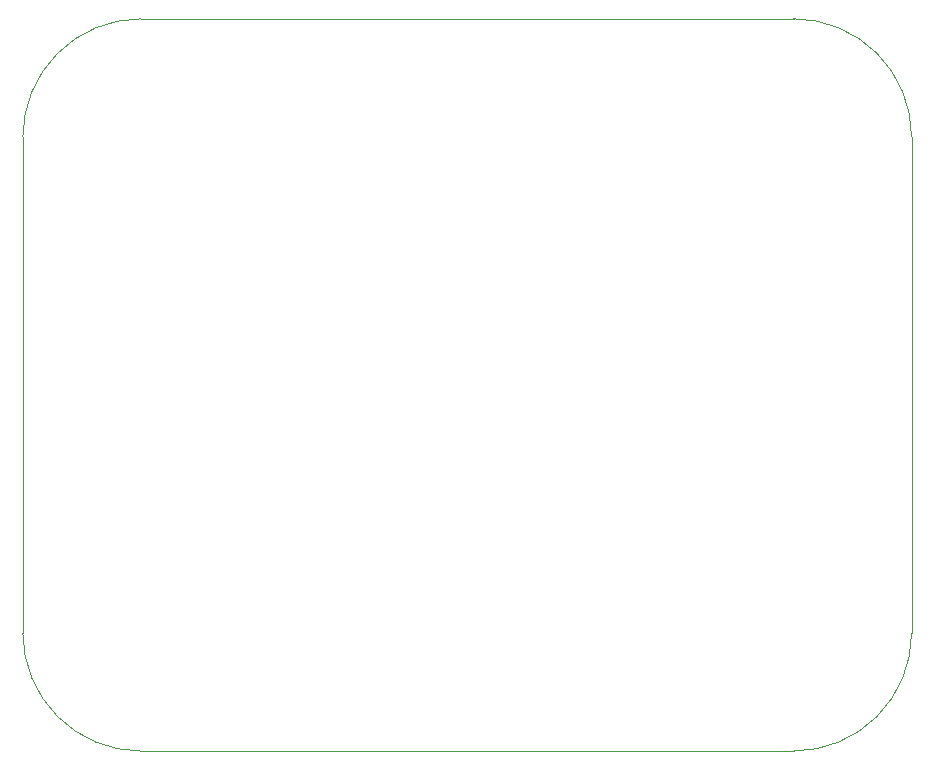
<source format=gbr>
%TF.GenerationSoftware,KiCad,Pcbnew,(6.0.2)*%
%TF.CreationDate,2022-10-05T09:26:57+03:00*%
%TF.ProjectId,anemometer,616e656d-6f6d-4657-9465-722e6b696361,rev?*%
%TF.SameCoordinates,Original*%
%TF.FileFunction,Profile,NP*%
%FSLAX46Y46*%
G04 Gerber Fmt 4.6, Leading zero omitted, Abs format (unit mm)*
G04 Created by KiCad (PCBNEW (6.0.2)) date 2022-10-05 09:26:57*
%MOMM*%
%LPD*%
G01*
G04 APERTURE LIST*
%TA.AperFunction,Profile*%
%ADD10C,0.100000*%
%TD*%
G04 APERTURE END LIST*
D10*
X101500000Y-113500000D02*
X156750000Y-113500000D01*
X156750000Y-51500000D02*
X101500000Y-51500000D01*
X91500000Y-103500000D02*
X91500000Y-61500000D01*
X156750000Y-113500000D02*
G75*
G03*
X166750000Y-103500000I1J9999999D01*
G01*
X101500000Y-51500000D02*
G75*
G03*
X91500000Y-61500000I-1J-9999999D01*
G01*
X166750000Y-103500000D02*
X166750000Y-61500000D01*
X91500000Y-103500000D02*
G75*
G03*
X101500000Y-113500000I9999999J-1D01*
G01*
X166750000Y-61500000D02*
G75*
G03*
X156750000Y-51500000I-9999999J1D01*
G01*
M02*

</source>
